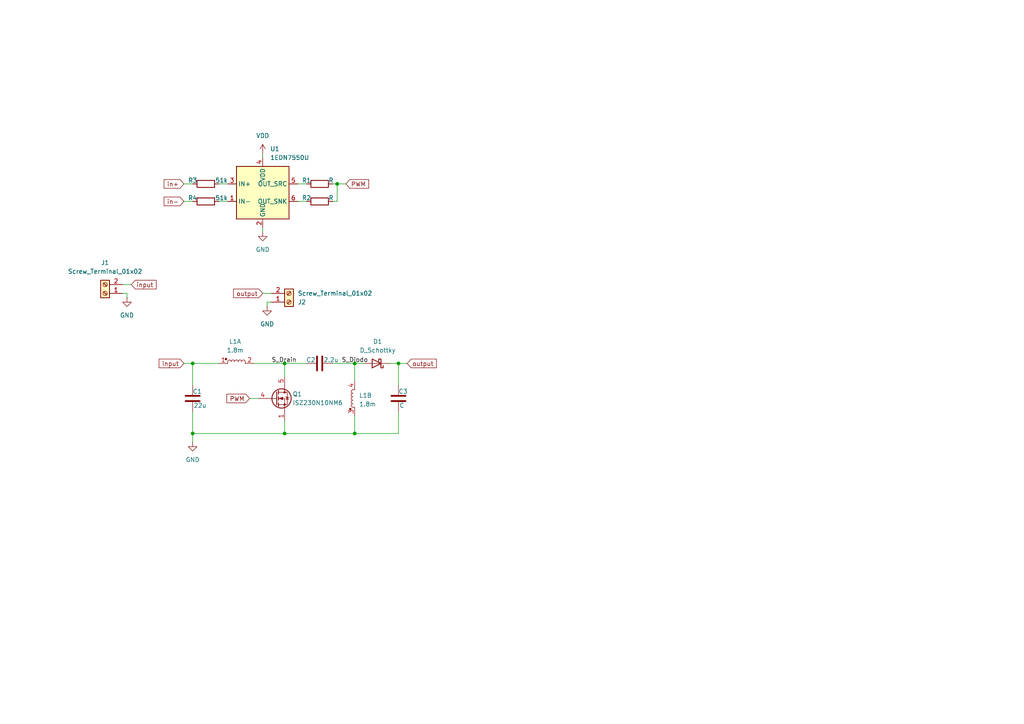
<source format=kicad_sch>
(kicad_sch (version 20250114) (generator "eeschema") (generator_version "9.0")
  (paper "A4")
  (lib_symbols
    (symbol "Connector:Screw_Terminal_01x02" (pin_names (offset 1.016) (hide yes))
      (property "Reference" "J" (at 0 2.54 0))
      (property "Value" "Screw_Terminal_01x02" (at 0 -5.08 0))
      (symbol "Screw_Terminal_01x02_1_1"
        (rectangle (start -1.27 1.27) (end 1.27 -3.81) (stroke (width 0.254)) (fill (type background)))
        (polyline (pts (xy -0.5334 0.3302) (xy 0.3302 -0.508)) (stroke (width 0.1524)))
        (polyline (pts (xy -0.5334 -2.2098) (xy 0.3302 -3.048)) (stroke (width 0.1524)))
        (polyline (pts (xy -0.3556 0.508) (xy 0.508 -0.3302)) (stroke (width 0.1524)))
        (polyline (pts (xy -0.3556 -2.032) (xy 0.508 -2.8702)) (stroke (width 0.1524)))
        (circle (center 0 0) (radius 0.635) (stroke (width 0.1524)))
        (circle (center 0 -2.54) (radius 0.635) (stroke (width 0.1524)))
        (pin passive line (at -5.08 0 0) (length 3.81) (name "Pin_1") (number "1"))
        (pin passive line (at -5.08 -2.54 0) (length 3.81) (name "Pin_2") (number "2"))
      )
    )
    (symbol "Device:C" (pin_numbers (hide yes)) (pin_names (offset 0.254))
      (property "Reference" "C" (at 0.635 2.54 0))
      (property "Value" "C" (at 0.635 -2.54 0))
      (symbol "C_0_1"
        (polyline (pts (xy -2.032 0.762) (xy 2.032 0.762)) (stroke (width 0.508)))
        (polyline (pts (xy -2.032 -0.762) (xy 2.032 -0.762)) (stroke (width 0.508)))
      )
      (symbol "C_1_1"
        (pin passive line (at 0 3.81 270) (length 2.794) (name "~") (number "1"))
        (pin passive line (at 0 -3.81 90) (length 2.794) (name "~") (number "2"))
      )
    )
    (symbol "Device:D_Schottky" (pin_numbers (hide yes)) (pin_names (offset 1.016) (hide yes))
      (property "Reference" "D" (at 0 2.54 0))
      (property "Value" "D_Schottky" (at 0 -2.54 0))
      (symbol "D_Schottky_0_1"
        (polyline (pts (xy -1.905 0.635) (xy -1.905 1.27) (xy -1.27 1.27) (xy -1.27 -1.27) (xy -0.635 -1.27) (xy -0.635 -0.635)) (stroke (width 0.254)))
        (polyline (pts (xy 1.27 1.27) (xy 1.27 -1.27) (xy -1.27 0) (xy 1.27 1.27)) (stroke (width 0.254)))
        (polyline (pts (xy 1.27 0) (xy -1.27 0)))
      )
      (symbol "D_Schottky_1_1"
        (pin passive line (at -3.81 0 0) (length 2.54) (name "K") (number "1"))
        (pin passive line (at 3.81 0 180) (length 2.54) (name "A") (number "2"))
      )
    )
    (symbol "Device:R" (pin_numbers (hide yes)) (pin_names (offset 0))
      (property "Reference" "R" (at 2.032 0 90))
      (property "Value" "R" (at 0 0 90))
      (symbol "R_0_1"
        (rectangle (start -1.016 -2.54) (end 1.016 2.54) (stroke (width 0.254)))
      )
      (symbol "R_1_1"
        (pin passive line (at 0 3.81 270) (length 1.27) (name "~") (number "1"))
        (pin passive line (at 0 -3.81 90) (length 1.27) (name "~") (number "2"))
      )
    )
    (symbol "epicsepic:1EDN7550U"
      (property "Reference" "U" (at -7.62 8.89 0))
      (property "Value" "1EDN7550U" (at 1.27 8.89 0))
      (symbol "1EDN7550U_0_1"
        (rectangle (start -7.62 7.62) (end 7.62 -7.62) (stroke (width 0.254)) (fill (type background)))
      )
      (symbol "1EDN7550U_1_1"
        (pin input line (at -10.16 2.54 0) (length 2.54) (name "IN+") (number "3"))
        (pin input line (at -10.16 -2.54 0) (length 2.54) (name "IN-") (number "1"))
        (pin power_in line (at 0 10.16 270) (length 2.54) (name "VDD") (number "4"))
        (pin power_in line (at 0 -10.16 90) (length 2.54) (name "GND") (number "2"))
        (pin output line (at 10.16 2.54 180) (length 2.54) (name "OUT_SRC") (number "5"))
        (pin output line (at 10.16 -2.54 180) (length 2.54) (name "OUT_SNK") (number "6"))
      )
    )
    (symbol "epicsepic:ISZ230N10NM6" (pin_names (hide yes))
      (property "Reference" "Q" (at 5.08 1.905 0))
      (property "Value" "ISZ230N10NM6" (at 5.08 0 0))
      (symbol "ISZ230N10NM6_0_1"
        (polyline (pts (xy 0.254 1.905) (xy 0.254 -1.905)) (stroke (width 0.254)))
        (polyline (pts (xy 0.254 0) (xy -2.54 0)))
        (polyline (pts (xy 0.762 2.286) (xy 0.762 1.27)) (stroke (width 0.254)))
        (polyline (pts (xy 0.762 0.508) (xy 0.762 -0.508)) (stroke (width 0.254)))
        (polyline (pts (xy 0.762 -1.27) (xy 0.762 -2.286)) (stroke (width 0.254)))
        (polyline (pts (xy 0.762 -1.778) (xy 3.302 -1.778) (xy 3.302 1.778) (xy 0.762 1.778)))
        (polyline (pts (xy 1.016 0) (xy 2.032 0.381) (xy 2.032 -0.381) (xy 1.016 0)) (fill (type outline)))
        (circle (center 1.651 0) (radius 2.794) (stroke (width 0.254)))
        (polyline (pts (xy 2.54 2.54) (xy 2.54 3.81)))
        (polyline (pts (xy 2.54 2.54) (xy 2.54 1.778)))
        (circle (center 2.54 1.778) (radius 0.254) (fill (type outline)))
        (circle (center 2.54 -1.778) (radius 0.254) (fill (type outline)))
        (polyline (pts (xy 2.54 -2.54) (xy 2.54 -3.81)))
        (polyline (pts (xy 2.54 -2.54) (xy 2.54 0) (xy 0.762 0)))
        (polyline (pts (xy 2.794 0.508) (xy 2.921 0.381) (xy 3.683 0.381) (xy 3.81 0.254)))
        (polyline (pts (xy 3.302 0.381) (xy 2.921 -0.254) (xy 3.683 -0.254) (xy 3.302 0.381)))
      )
      (symbol "ISZ230N10NM6_1_0"
        (pin input line (at -5.08 0 0) (length 2.54) (name "G") (number "4"))
        (pin passive line (at 2.54 6.35 270) (length 2.54) (name "D") (number "5"))
      )
      (symbol "ISZ230N10NM6_1_1"
        (pin passive line (at 2.54 -6.35 90) (length 2.54) (name "S") (number "1"))
      )
    )
    (symbol "epicsepic:L_Coupled"
      (property "Reference" "L" (at 0 2.794 0))
      (property "Value" "L_Coupled" (at 0 0 0))
      (symbol "L_Coupled_0_1"
        (circle (center -3.048 1.27) (radius 0.254) (fill (type outline)))
        (polyline (pts (xy -2.54 0.508) (xy -2.54 0)))
        (arc (start -2.54 0.508) (mid -2.032 1.0138) (end -1.524 0.508))
        (arc (start -1.524 0.508) (mid -1.016 1.0138) (end -0.508 0.508))
        (arc (start -0.508 0.508) (mid 0 1.0138) (end 0.508 0.508))
        (arc (start 0.508 0.508) (mid 1.016 1.0138) (end 1.524 0.508))
        (arc (start 1.524 0.508) (mid 2.032 1.0138) (end 2.54 0.508))
        (polyline (pts (xy 2.54 0.508) (xy 2.54 0)))
      )
      (symbol "L_Coupled_1_1"
        (pin passive line (at -5.08 0 0) (length 2.54) (name "") (number "1"))
        (pin passive line (at 5.08 0 180) (length 2.54) (name "") (number "2"))
      )
      (symbol "L_Coupled_2_1"
        (pin passive line (at -5.08 0 0) (length 2.54) (name "") (number "3"))
        (pin passive line (at 5.08 0 180) (length 2.54) (name "") (number "4"))
      )
    )
    (symbol "power:GND" (power) (pin_numbers (hide yes)) (pin_names (offset 0) (hide yes))
      (property "Value" "GND" (at 0 -3.81 0))
      (symbol "GND_0_1"
        (polyline (pts (xy 0 0) (xy 0 -1.27) (xy 1.27 -1.27) (xy 0 -2.54) (xy -1.27 -1.27) (xy 0 -1.27)))
      )
      (symbol "GND_1_1"
        (pin power_in line (at 0 0 270) (length 0) (name "~") (number "1"))
      )
    )
    (symbol "power:VDD" (power) (pin_numbers (hide yes)) (pin_names (offset 0) (hide yes))
      (property "Value" "VDD" (at 0 3.556 0))
      (symbol "VDD_0_1"
        (polyline (pts (xy -0.762 1.27) (xy 0 2.54)))
        (polyline (pts (xy 0 2.54) (xy 0.762 1.27)))
        (polyline (pts (xy 0 0) (xy 0 2.54)))
      )
      (symbol "VDD_1_1"
        (pin power_in line (at 0 0 90) (length 0) (name "~") (number "1"))
      )
    )
  )
  (junction (at 102.87 125.73))
  (junction (at 102.87 105.41))
  (junction (at 82.55 105.41))
  (junction (at 115.57 105.41))
  (junction (at 82.55 125.73))
  (junction (at 97.79 53.34))
  (junction (at 55.88 105.41))
  (junction (at 55.88 125.73))
  (wire (pts (xy 53.34 53.34) (xy 55.88 53.34)))
  (wire (pts (xy 102.87 120.65) (xy 102.87 125.73)))
  (wire (pts (xy 115.57 105.41) (xy 118.11 105.41)))
  (wire (pts (xy 76.2 66.04) (xy 76.2 67.31)))
  (wire (pts (xy 55.88 125.73) (xy 82.55 125.73)))
  (wire (pts (xy 96.52 105.41) (xy 102.87 105.41)))
  (wire (pts (xy 55.88 119.38) (xy 55.88 125.73)))
  (wire (pts (xy 82.55 105.41) (xy 82.55 109.22)))
  (wire (pts (xy 55.88 105.41) (xy 55.88 111.76)))
  (wire (pts (xy 86.36 58.42) (xy 88.9 58.42)))
  (wire (pts (xy 102.87 105.41) (xy 105.41 105.41)))
  (wire (pts (xy 76.2 85.09) (xy 78.74 85.09)))
  (wire (pts (xy 115.57 125.73) (xy 115.57 119.38)))
  (wire (pts (xy 35.56 82.55) (xy 38.1 82.55)))
  (wire (pts (xy 115.57 105.41) (xy 115.57 111.76)))
  (wire (pts (xy 78.74 87.63) (xy 77.47 87.63)))
  (wire (pts (xy 53.34 58.42) (xy 55.88 58.42)))
  (wire (pts (xy 82.55 125.73) (xy 102.87 125.73)))
  (wire (pts (xy 96.52 53.34) (xy 97.79 53.34)))
  (wire (pts (xy 35.56 85.09) (xy 36.83 85.09)))
  (wire (pts (xy 97.79 58.42) (xy 96.52 58.42)))
  (wire (pts (xy 113.03 105.41) (xy 115.57 105.41)))
  (wire (pts (xy 97.79 53.34) (xy 100.33 53.34)))
  (wire (pts (xy 77.47 87.63) (xy 77.47 88.9)))
  (wire (pts (xy 63.5 105.41) (xy 55.88 105.41)))
  (wire (pts (xy 76.2 44.45) (xy 76.2 45.72)))
  (wire (pts (xy 63.5 58.42) (xy 66.04 58.42)))
  (wire (pts (xy 53.34 105.41) (xy 55.88 105.41)))
  (wire (pts (xy 63.5 53.34) (xy 66.04 53.34)))
  (wire (pts (xy 73.66 105.41) (xy 82.55 105.41)))
  (wire (pts (xy 55.88 125.73) (xy 55.88 128.27)))
  (wire (pts (xy 86.36 53.34) (xy 88.9 53.34)))
  (wire (pts (xy 82.55 121.92) (xy 82.55 125.73)))
  (wire (pts (xy 36.83 85.09) (xy 36.83 86.36)))
  (wire (pts (xy 82.55 105.41) (xy 88.9 105.41)))
  (wire (pts (xy 72.39 115.57) (xy 74.93 115.57)))
  (wire (pts (xy 102.87 125.73) (xy 115.57 125.73)))
  (wire (pts (xy 97.79 53.34) (xy 97.79 58.42)))
  (wire (pts (xy 102.87 105.41) (xy 102.87 110.49)))
  (label "S_Diodo" (at 99.06 105.41 0))
  (label "S_Drain" (at 78.74 105.41 0))
  (global_label "output" (shape input) (at 76.2 85.09 180) (property "Intersheetrefs" "${INTERSHEET_REFS}" (effects (hide yes))))
  (global_label "output" (shape input) (at 118.11 105.41 0) (property "Intersheetrefs" "${INTERSHEET_REFS}" (effects (hide yes))))
  (global_label "in-" (shape input) (at 53.34 58.42 180) (property "Intersheetrefs" "${INTERSHEET_REFS}" (effects (hide yes))))
  (global_label "in+" (shape input) (at 53.34 53.34 180) (property "Intersheetrefs" "${INTERSHEET_REFS}" (effects (hide yes))))
  (global_label "input" (shape input) (at 38.1 82.55 0) (property "Intersheetrefs" "${INTERSHEET_REFS}" (effects (hide yes))))
  (global_label "PWM" (shape input) (at 100.33 53.34 0) (property "Intersheetrefs" "${INTERSHEET_REFS}" (effects (hide yes))))
  (global_label "input" (shape input) (at 53.34 105.41 180) (property "Intersheetrefs" "${INTERSHEET_REFS}" (effects (hide yes))))
  (global_label "PWM" (shape input) (at 72.39 115.57 180) (property "Intersheetrefs" "${INTERSHEET_REFS}" (effects (hide yes))))
  (symbol (lib_id "Device:R") (at 59.69 53.34 90) (unit 1)
    (property "Reference" "R3" (at 55.88 52.324 90))
    (property "Value" "51k" (at 64.262 52.324 90))
    (property "Footprint" "Resistor_SMD:R_0603_1608Metric" (effects (hide yes)))
    (property "Description" "Resistor" (effects (hide yes)))
  )
  (symbol (lib_id "Connector:Screw_Terminal_01x02") (at 83.82 87.63 0) (mirror x) (unit 1)
    (property "Reference" "J2" (at 86.36 87.6301 0) (effects (justify left)))
    (property "Value" "Screw_Terminal_01x02" (at 86.36 85.0901 0) (effects (justify left)))
    (property "Footprint" "footprints:CONN2_2059-322&slash_998-403_WAG" (effects (hide yes)))
    (property "Description" "Generic screw terminal, single row, 01x02, script generated (kicad-library-utils/schlib/autogen/connector/)" (effects (hide yes)))
  )
  (symbol (lib_id "Device:C") (at 115.57 115.57 0) (unit 1)
    (property "Reference" "C3" (at 115.57 113.538 0) (effects (justify left)))
    (property "Value" "C" (at 115.824 117.602 0) (effects (justify left)))
    (property "Footprint" "Capacitor_SMD:C_Elec_8x10.2" (effects (hide yes)))
    (property "Description" "Unpolarized capacitor" (effects (hide yes)))
  )
  (symbol (lib_id "epicsepic:1EDN7550U") (at 76.2 55.88 0) (unit 1)
    (property "Reference" "U1" (at 78.3433 43.18 0) (effects (justify left)))
    (property "Value" "1EDN7550U" (at 78.3433 45.72 0) (effects (justify left)))
    (property "Footprint" "footprints:PG-TSNP-6-13" (effects (hide yes)))
    (property "Datasheet" "https://www.infineon.com/dgdl/Infineon-1EDN7550B-DS-v02_00-EN.pdf?fileId=5546d46262b31d2e01635d9799ef264f" (effects (hide yes)))
    (property "Description" "Single-Channel EiceDRIVER With True Differential Inputs, 4V UVLO, +4/-8A, SOT-23-6" (effects (hide yes)))
  )
  (symbol (lib_id "epicsepic:L_Coupled") (at 102.87 115.57 90) (unit 2)
    (property "Reference" "L1" (at 104.14 114.6809 90) (effects (justify right)))
    (property "Value" "1.8m" (at 104.14 117.2209 90) (effects (justify right)))
    (property "Description" "Coupled Inductor" (effects (hide yes)))
  )
  (symbol (lib_id "power:GND") (at 76.2 67.31 0) (unit 1)
    (property "Reference" "#PWR02" (effects (hide yes)))
    (property "Value" "GND" (at 76.2 72.39 0))
    (property "Description" "Power symbol creates a global label with name \"GND\" , ground" (effects (hide yes)))
  )
  (symbol (lib_id "Device:R") (at 59.69 58.42 90) (unit 1)
    (property "Reference" "R4" (at 55.88 57.404 90))
    (property "Value" "51k" (at 64.262 57.404 90))
    (property "Footprint" "Resistor_SMD:R_0603_1608Metric" (effects (hide yes)))
    (property "Description" "Resistor" (effects (hide yes)))
  )
  (symbol (lib_id "epicsepic:ISZ230N10NM6") (at 80.01 115.57 0) (unit 1)
    (property "Reference" "Q1" (at 84.836 114.3 0) (effects (justify left)))
    (property "Value" "ISZ230N10NM6" (at 84.836 116.84 0) (effects (justify left)))
    (property "Footprint" "footprints:PG-TSDSON-8-25" (effects (hide yes)))
    (property "Datasheet" "https://www.infineon.com/assets/row/public/documents/24/49/infineon-isz230n10nm6-datasheet-en.pdf" (effects (hide yes)))
    (property "Description" "31A Id, 100V Vds, 23mOhm Rds, N-Channel MOSFET, PQFN" (effects (hide yes)))
  )
  (symbol (lib_id "Connector:Screw_Terminal_01x02") (at 30.48 85.09 180) (unit 1)
    (property "Reference" "J1" (at 30.48 76.2 0))
    (property "Value" "Screw_Terminal_01x02" (at 30.48 78.74 0))
    (property "Footprint" "footprints:CONN2_2059-322&slash_998-403_WAG" (effects (hide yes)))
    (property "Description" "Generic screw terminal, single row, 01x02, script generated (kicad-library-utils/schlib/autogen/connector/)" (effects (hide yes)))
  )
  (symbol (lib_id "power:GND") (at 36.83 86.36 0) (unit 1)
    (property "Reference" "#PWR04" (effects (hide yes)))
    (property "Value" "GND" (at 36.83 91.44 0))
    (property "Description" "Power symbol creates a global label with name \"GND\" , ground" (effects (hide yes)))
  )
  (symbol (lib_id "Device:C") (at 92.71 105.41 90) (unit 1)
    (property "Reference" "C2" (at 90.17 104.394 90))
    (property "Value" "2.2u" (at 96.012 104.394 90))
    (property "Footprint" "Capacitor_SMD:C_0805_2012Metric" (effects (hide yes)))
    (property "Description" "Unpolarized capacitor" (effects (hide yes)))
  )
  (symbol (lib_id "power:GND") (at 55.88 128.27 0) (unit 1)
    (property "Reference" "#PWR01" (effects (hide yes)))
    (property "Value" "GND" (at 55.88 133.35 0))
    (property "Description" "Power symbol creates a global label with name \"GND\" , ground" (effects (hide yes)))
  )
  (symbol (lib_id "Device:D_Schottky") (at 109.22 105.41 180) (unit 1)
    (property "Reference" "D1" (at 109.5375 99.06 0))
    (property "Value" "D_Schottky" (at 109.5375 101.6 0))
    (property "Footprint" "Diode_SMD:D_SMB" (effects (hide yes)))
    (property "Description" "Schottky diode" (effects (hide yes)))
  )
  (symbol (lib_id "power:VDD") (at 76.2 44.45 0) (unit 1)
    (property "Reference" "#PWR03" (effects (hide yes)))
    (property "Value" "VDD" (at 76.2 39.37 0))
    (property "Description" "Power symbol creates a global label with name \"VDD\"" (effects (hide yes)))
  )
  (symbol (lib_id "Device:C") (at 55.88 115.57 0) (unit 1)
    (property "Reference" "C1" (at 55.88 113.538 0) (effects (justify left)))
    (property "Value" "22u" (at 56.134 117.602 0) (effects (justify left)))
    (property "Footprint" "Capacitor_SMD:C_Elec_4x5.8" (effects (hide yes)))
    (property "Description" "Unpolarized capacitor" (effects (hide yes)))
  )
  (symbol (lib_id "epicsepic:L_Coupled") (at 68.58 105.41 0) (unit 1)
    (property "Reference" "L1" (at 68.199 99.06 0))
    (property "Value" "1.8m" (at 68.199 101.6 0))
    (property "Description" "Coupled Inductor" (effects (hide yes)))
  )
  (symbol (lib_id "Device:R") (at 92.71 53.34 90) (unit 1)
    (property "Reference" "R1" (at 88.9 52.324 90))
    (property "Value" "R" (at 96.012 52.324 90))
    (property "Footprint" "Resistor_SMD:R_0402_1005Metric" (effects (hide yes)))
    (property "Description" "Resistor" (effects (hide yes)))
  )
  (symbol (lib_id "Device:R") (at 92.71 58.42 90) (mirror x) (unit 1)
    (property "Reference" "R2" (at 88.9 57.404 90))
    (property "Value" "R" (at 96.012 57.404 90))
    (property "Footprint" "Resistor_SMD:R_0402_1005Metric" (effects (hide yes)))
    (property "Description" "Resistor" (effects (hide yes)))
  )
  (symbol (lib_id "power:GND") (at 77.47 88.9 0) (unit 1)
    (property "Reference" "#PWR05" (effects (hide yes)))
    (property "Value" "GND" (at 77.47 93.98 0))
    (property "Description" "Power symbol creates a global label with name \"GND\" , ground" (effects (hide yes)))
  )
)
</source>
